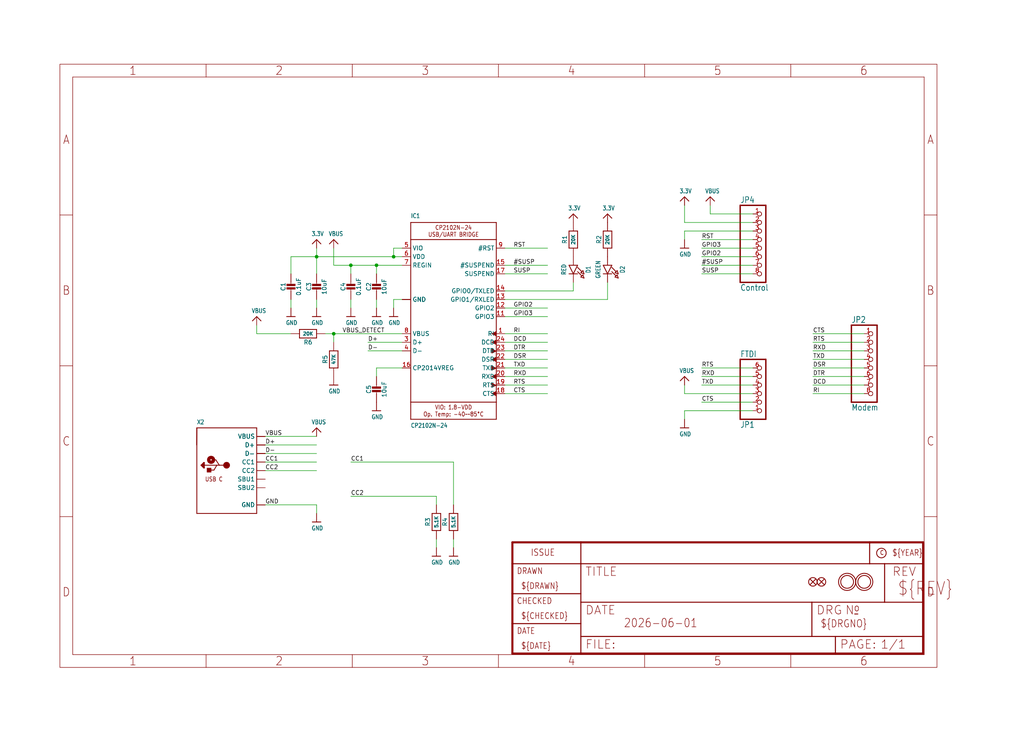
<source format=kicad_sch>
(kicad_sch (version 20230121) (generator eeschema)
  (paper "User" 303.962 217.322)
  (lib_symbols
    (symbol "working-eagle-import:3.3V" (power)
      (property "Value" "3.3V" (at -1.524 1.016 0))
      (symbol "3.3V_1_0"
        (polyline (pts (xy -1.27 -1.27) (xy 0 0)) (stroke (width 0.254)))
        (polyline (pts (xy 0 0) (xy 1.27 -1.27)) (stroke (width 0.254)))
        (pin power_in line (at 0 -2.54 90) (length 2.54) (name "3.3V") (number "1"))
      )
    )
    (symbol "working-eagle-import:CAP_CERAMIC0603_NO"
      (property "Reference" "C" (at -2.29 1.25 90))
      (symbol "CAP_CERAMIC0603_NO_1_0"
        (rectangle (start -1.27 0.508) (end 1.27 1.016) (fill (type outline)))
        (rectangle (start -1.27 1.524) (end 1.27 2.032) (fill (type outline)))
        (polyline (pts (xy 0 0.762) (xy 0 0)) (stroke (width 0.1524)))
        (polyline (pts (xy 0 2.54) (xy 0 1.778)) (stroke (width 0.1524)))
        (pin passive line (at 0 5.08 270) (length 2.54) (name "1") (number "1"))
        (pin passive line (at 0 -2.54 90) (length 2.54) (name "2") (number "2"))
      )
    )
    (symbol "working-eagle-import:CAP_CERAMIC0805-NOOUTLINE"
      (property "Reference" "C" (at -2.29 1.25 90))
      (symbol "CAP_CERAMIC0805-NOOUTLINE_1_0"
        (rectangle (start -1.27 0.508) (end 1.27 1.016) (fill (type outline)))
        (rectangle (start -1.27 1.524) (end 1.27 2.032) (fill (type outline)))
        (polyline (pts (xy 0 0.762) (xy 0 0)) (stroke (width 0.1524)))
        (polyline (pts (xy 0 2.54) (xy 0 1.778)) (stroke (width 0.1524)))
        (pin passive line (at 0 5.08 270) (length 2.54) (name "1") (number "1"))
        (pin passive line (at 0 -2.54 90) (length 2.54) (name "2") (number "2"))
      )
    )
    (symbol "working-eagle-import:CP2102N-24"
      (property "Reference" "IC" (at -12.7 29.21 0))
      (symbol "CP2102N-24_1_0"
        (polyline (pts (xy -12.7 -30.48) (xy 12.7 -30.48)) (stroke (width 0.254)))
        (polyline (pts (xy -12.7 -25.4) (xy -12.7 -30.48)) (stroke (width 0.254)))
        (polyline (pts (xy -12.7 -25.4) (xy -12.7 22.86)) (stroke (width 0.254)))
        (polyline (pts (xy -12.7 22.86) (xy -12.7 27.94)) (stroke (width 0.254)))
        (polyline (pts (xy -12.7 22.86) (xy 12.7 22.86)) (stroke (width 0.254)))
        (polyline (pts (xy -12.7 27.94) (xy 12.7 27.94)) (stroke (width 0.254)))
        (polyline (pts (xy 12.7 -30.48) (xy 12.7 -25.4)) (stroke (width 0.254)))
        (polyline (pts (xy 12.7 -25.4) (xy -12.7 -25.4)) (stroke (width 0.254)))
        (polyline (pts (xy 12.7 22.86) (xy 12.7 -25.4)) (stroke (width 0.254)))
        (polyline (pts (xy 12.7 27.94) (xy 12.7 22.86)) (stroke (width 0.254)))
        (polyline (pts (xy 11.43 -19.685) (xy 11.43 -20.955) (xy 12.7 -20.32)) (stroke (width 0.254)) (fill (type outline)))
        (polyline (pts (xy 11.43 -14.605) (xy 11.43 -15.875) (xy 12.7 -15.24)) (stroke (width 0.254)) (fill (type outline)))
        (polyline (pts (xy 11.43 -9.525) (xy 11.43 -10.795) (xy 12.7 -10.16)) (stroke (width 0.254)) (fill (type outline)))
        (polyline (pts (xy 12.7 -22.225) (xy 11.43 -22.86) (xy 12.7 -23.495)) (stroke (width 0.254)) (fill (type outline)))
        (polyline (pts (xy 12.7 -17.145) (xy 11.43 -17.78) (xy 12.7 -18.415)) (stroke (width 0.254)) (fill (type outline)))
        (polyline (pts (xy 12.7 -12.065) (xy 11.43 -12.7) (xy 12.7 -13.335)) (stroke (width 0.254)) (fill (type outline)))
        (polyline (pts (xy 12.7 -6.985) (xy 11.43 -7.62) (xy 12.7 -8.255)) (stroke (width 0.254)) (fill (type outline)))
        (polyline (pts (xy 12.7 -4.445) (xy 11.43 -5.08) (xy 12.7 -5.715)) (stroke (width 0.254)) (fill (type outline)))
        (text "CP2102N-24\nUSB/UART BRIDGE" (at 0 25.4 0) (effects (font (size 1.27 1.0795))))
        (text "VIO: 1.8-VDD\nOp. Temp: -40~~85°C" (at 0 -27.94 0) (effects (font (size 1.27 1.0795))))
        (pin input line (at 15.24 -5.08 180) (length 2.54) (name "RI") (number "1"))
        (pin bidirectional line (at 15.24 0 180) (length 2.54) (name "GPIO3") (number "11"))
        (pin bidirectional line (at 15.24 2.54 180) (length 2.54) (name "GPIO2") (number "12"))
        (pin bidirectional line (at 15.24 5.08 180) (length 2.54) (name "GPIO1/RXLED") (number "13"))
        (pin bidirectional line (at 15.24 7.62 180) (length 2.54) (name "GPIO0/TXLED") (number "14"))
        (pin output line (at 15.24 15.24 180) (length 2.54) (name "#SUSPEND") (number "15"))
        (pin passive line (at -15.24 -15.24 0) (length 2.54) (name "CP2014VREG") (number "16"))
        (pin output line (at 15.24 12.7 180) (length 2.54) (name "SUSPEND") (number "17"))
        (pin input line (at 15.24 -22.86 180) (length 2.54) (name "CTS") (number "18"))
        (pin output line (at 15.24 -20.32 180) (length 2.54) (name "RTS") (number "19"))
        (pin power_in line (at -15.24 5.08 0) (length 2.54) (name "GND") (number "2"))
        (pin input line (at 15.24 -17.78 180) (length 2.54) (name "RXD") (number "20"))
        (pin output line (at 15.24 -15.24 180) (length 2.54) (name "TXD") (number "21"))
        (pin input line (at 15.24 -12.7 180) (length 2.54) (name "DSR") (number "22"))
        (pin output line (at 15.24 -10.16 180) (length 2.54) (name "DTR") (number "23"))
        (pin input line (at 15.24 -7.62 180) (length 2.54) (name "DCD") (number "24"))
        (pin bidirectional line (at -15.24 -7.62 0) (length 2.54) (name "D+") (number "3"))
        (pin bidirectional line (at -15.24 -10.16 0) (length 2.54) (name "D-") (number "4"))
        (pin power_in line (at -15.24 20.32 0) (length 2.54) (name "VIO") (number "5"))
        (pin power_in line (at -15.24 17.78 0) (length 2.54) (name "VDD") (number "6"))
        (pin power_in line (at -15.24 15.24 0) (length 2.54) (name "REGIN") (number "7"))
        (pin power_in line (at -15.24 -5.08 0) (length 2.54) (name "VBUS") (number "8"))
        (pin bidirectional line (at 15.24 20.32 180) (length 2.54) (name "#RST") (number "9"))
        (pin power_in line (at -15.24 5.08 0) (length 2.54) (name "GND") (number "THERM"))
      )
    )
    (symbol "working-eagle-import:FIDUCIAL_1MM"
      (symbol "FIDUCIAL_1MM_1_0"
        (polyline (pts (xy -0.762 0.762) (xy 0.762 -0.762)) (stroke (width 0.254)))
        (polyline (pts (xy 0.762 0.762) (xy -0.762 -0.762)) (stroke (width 0.254)))
        (circle (center 0 0) (radius 1.27) (stroke (width 0.254)))
      )
    )
    (symbol "working-eagle-import:FRAME_A4"
      (symbol "FRAME_A4_1_0"
        (polyline (pts (xy 0 44.7675) (xy 3.81 44.7675)))
        (polyline (pts (xy 0 89.535) (xy 3.81 89.535)))
        (polyline (pts (xy 0 134.3025) (xy 3.81 134.3025)))
        (polyline (pts (xy 3.81 3.81) (xy 3.81 175.26)))
        (polyline (pts (xy 43.3917 0) (xy 43.3917 3.81)))
        (polyline (pts (xy 43.3917 175.26) (xy 43.3917 179.07)))
        (polyline (pts (xy 86.7833 0) (xy 86.7833 3.81)))
        (polyline (pts (xy 86.7833 175.26) (xy 86.7833 179.07)))
        (polyline (pts (xy 130.175 0) (xy 130.175 3.81)))
        (polyline (pts (xy 130.175 175.26) (xy 130.175 179.07)))
        (polyline (pts (xy 173.5667 0) (xy 173.5667 3.81)))
        (polyline (pts (xy 173.5667 175.26) (xy 173.5667 179.07)))
        (polyline (pts (xy 216.9583 0) (xy 216.9583 3.81)))
        (polyline (pts (xy 216.9583 175.26) (xy 216.9583 179.07)))
        (polyline (pts (xy 256.54 3.81) (xy 3.81 3.81)))
        (polyline (pts (xy 256.54 3.81) (xy 256.54 8.89)) (stroke (width 0.1016)))
        (polyline (pts (xy 256.54 3.81) (xy 256.54 175.26)))
        (polyline (pts (xy 256.54 8.89) (xy 256.54 13.97)) (stroke (width 0.1016)))
        (polyline (pts (xy 256.54 13.97) (xy 256.54 19.05)) (stroke (width 0.1016)))
        (polyline (pts (xy 256.54 19.05) (xy 256.54 36.83)) (stroke (width 0.1016)))
        (polyline (pts (xy 256.54 44.7675) (xy 260.35 44.7675)))
        (polyline (pts (xy 256.54 89.535) (xy 260.35 89.535)))
        (polyline (pts (xy 256.54 134.3025) (xy 260.35 134.3025)))
        (polyline (pts (xy 256.54 175.26) (xy 3.81 175.26)))
        (polyline (pts (xy 0 0) (xy 260.35 0) (xy 260.35 179.07) (xy 0 179.07) (xy 0 0)))
        (text "1" (at 21.6958 1.905 0) (effects (font (size 2.54 2.286))))
        (text "1" (at 21.6958 177.165 0) (effects (font (size 2.54 2.286))))
        (text "2" (at 65.0875 1.905 0) (effects (font (size 2.54 2.286))))
        (text "2" (at 65.0875 177.165 0) (effects (font (size 2.54 2.286))))
        (text "3" (at 108.4792 1.905 0) (effects (font (size 2.54 2.286))))
        (text "3" (at 108.4792 177.165 0) (effects (font (size 2.54 2.286))))
        (text "4" (at 151.8708 1.905 0) (effects (font (size 2.54 2.286))))
        (text "4" (at 151.8708 177.165 0) (effects (font (size 2.54 2.286))))
        (text "5" (at 195.2625 1.905 0) (effects (font (size 2.54 2.286))))
        (text "5" (at 195.2625 177.165 0) (effects (font (size 2.54 2.286))))
        (text "6" (at 238.6542 1.905 0) (effects (font (size 2.54 2.286))))
        (text "6" (at 238.6542 177.165 0) (effects (font (size 2.54 2.286))))
        (text "A" (at 1.905 156.6863 0) (effects (font (size 2.54 2.286))))
        (text "A" (at 258.445 156.6863 0) (effects (font (size 2.54 2.286))))
        (text "B" (at 1.905 111.9188 0) (effects (font (size 2.54 2.286))))
        (text "B" (at 258.445 111.9188 0) (effects (font (size 2.54 2.286))))
        (text "C" (at 1.905 67.1513 0) (effects (font (size 2.54 2.286))))
        (text "C" (at 258.445 67.1513 0) (effects (font (size 2.54 2.286))))
        (text "D" (at 1.905 22.3838 0) (effects (font (size 2.54 2.286))))
        (text "D" (at 258.445 22.3838 0) (effects (font (size 2.54 2.286))))
      )
      (symbol "FRAME_A4_2_0"
        (polyline (pts (xy -0.3048 1.5748) (xy 20.0152 1.5748)) (stroke (width 0.6096)))
        (polyline (pts (xy -0.3048 10.4648) (xy -0.3048 1.5748)) (stroke (width 0.6096)))
        (polyline (pts (xy -0.3048 10.4648) (xy 20.0152 10.4648)) (stroke (width 0.3048)))
        (polyline (pts (xy -0.3048 19.3548) (xy -0.3048 10.4648)) (stroke (width 0.6096)))
        (polyline (pts (xy -0.3048 19.3548) (xy 20.0152 19.3548)) (stroke (width 0.3048)))
        (polyline (pts (xy -0.3048 28.2448) (xy -0.3048 19.3548)) (stroke (width 0.6096)))
        (polyline (pts (xy -0.3048 28.2448) (xy 20.0152 28.2448)) (stroke (width 0.3048)))
        (polyline (pts (xy -0.3048 34.5948) (xy -0.3048 28.2448)) (stroke (width 0.6096)))
        (polyline (pts (xy 20.0152 1.5748) (xy 20.0152 6.6548)) (stroke (width 0.3048)))
        (polyline (pts (xy 20.0152 1.5748) (xy 95.5802 1.5748)) (stroke (width 0.6096)))
        (polyline (pts (xy 20.0152 6.6548) (xy 20.0152 10.4648)) (stroke (width 0.3048)))
        (polyline (pts (xy 20.0152 6.6548) (xy 88.5952 6.6548)) (stroke (width 0.3048)))
        (polyline (pts (xy 20.0152 10.4648) (xy 20.0152 16.8148)) (stroke (width 0.3048)))
        (polyline (pts (xy 20.0152 16.8148) (xy 20.0152 19.3548)) (stroke (width 0.3048)))
        (polyline (pts (xy 20.0152 19.3548) (xy 20.0152 28.2448)) (stroke (width 0.3048)))
        (polyline (pts (xy 20.0152 28.2448) (xy 20.0152 34.5948)) (stroke (width 0.3048)))
        (polyline (pts (xy 20.0152 28.2448) (xy 105.7402 28.2448)) (stroke (width 0.3048)))
        (polyline (pts (xy 20.0152 34.5948) (xy -0.3048 34.5948)) (stroke (width 0.6096)))
        (polyline (pts (xy 88.5952 6.6548) (xy 95.5802 6.6548)) (stroke (width 0.3048)))
        (polyline (pts (xy 88.5952 16.8148) (xy 20.0152 16.8148)) (stroke (width 0.3048)))
        (polyline (pts (xy 88.5952 16.8148) (xy 88.5952 6.6548)) (stroke (width 0.3048)))
        (polyline (pts (xy 95.5802 1.5748) (xy 121.6152 1.5748)) (stroke (width 0.6096)))
        (polyline (pts (xy 95.5802 6.6548) (xy 95.5802 1.5748)) (stroke (width 0.3048)))
        (polyline (pts (xy 95.5802 6.6548) (xy 121.6152 6.6548)) (stroke (width 0.3048)))
        (polyline (pts (xy 101.2952 13.3223) (xy 102.2477 13.3223)) (stroke (width 0.254)))
        (polyline (pts (xy 105.7402 28.2448) (xy 105.7402 34.5948)) (stroke (width 0.3048)))
        (polyline (pts (xy 105.7402 28.2448) (xy 110.1852 28.2448)) (stroke (width 0.3048)))
        (polyline (pts (xy 105.7402 34.5948) (xy 20.0152 34.5948)) (stroke (width 0.6096)))
        (polyline (pts (xy 110.1852 16.8148) (xy 88.5952 16.8148)) (stroke (width 0.3048)))
        (polyline (pts (xy 110.1852 28.2448) (xy 110.1852 16.8148)) (stroke (width 0.3048)))
        (polyline (pts (xy 110.1852 28.2448) (xy 121.6152 28.2448)) (stroke (width 0.3048)))
        (polyline (pts (xy 121.6152 6.6548) (xy 121.6152 1.5748)) (stroke (width 0.6096)))
        (polyline (pts (xy 121.6152 16.8148) (xy 110.1852 16.8148)) (stroke (width 0.3048)))
        (polyline (pts (xy 121.6152 16.8148) (xy 121.6152 6.6548)) (stroke (width 0.6096)))
        (polyline (pts (xy 121.6152 28.2448) (xy 121.6152 16.8148)) (stroke (width 0.6096)))
        (polyline (pts (xy 121.6152 34.5948) (xy 105.7402 34.5948)) (stroke (width 0.6096)))
        (polyline (pts (xy 121.6152 34.5948) (xy 121.6152 28.2448)) (stroke (width 0.6096)))
        (circle (center 109.2327 31.4198) (radius 1.4199) (stroke (width 0.254)))
        (text "${#}/${##}" (at 108.9152 2.8448 0) (effects (font (size 2.54 2.54)) (justify left bottom)))
        (text "${CHECKED}" (at 2.2352 11.7348 0) (effects (font (size 1.778 1.5113)) (justify left bottom)))
        (text "${COMPANY}" (at 23.349 29.6735 0) (effects (font (size 3.175 2.6987) (thickness 0.5397) bold) (justify left bottom)))
        (text "${CURRENT_DATE}" (at 32.7152 9.1948 0) (effects (font (size 2.54 2.159)) (justify left bottom)))
        (text "${DATE}" (at 2.2352 2.8448 0) (effects (font (size 1.778 1.5113)) (justify left bottom)))
        (text "${DRAWN}" (at 2.2352 20.6248 0) (effects (font (size 1.778 1.5113)) (justify left bottom)))
        (text "${DRGNO}" (at 91.1352 9.1948 0) (effects (font (size 2.1844 1.8567)) (justify left bottom)))
        (text "${PROJECTNAME}" (at 33.0327 2.8448 0) (effects (font (size 2.54 2.159)) (justify left bottom)))
        (text "${REV}" (at 113.9952 18.7198 0) (effects (font (size 3.81 3.2385)) (justify left bottom)))
        (text "${YEAR}" (at 112.4077 30.4673 0) (effects (font (size 1.778 1.5113)) (justify left bottom)))
        (text "C" (at 108.7564 30.7848 0) (effects (font (size 1.27 1.0795)) (justify left bottom)))
        (text "CHECKED" (at 0.9652 16.1798 0) (effects (font (size 1.778 1.5113)) (justify left bottom)))
        (text "DATE" (at 0.9652 7.2898 0) (effects (font (size 1.778 1.5113)) (justify left bottom)))
        (text "DATE" (at 21.2852 13.0048 0) (effects (font (size 2.54 2.54)) (justify left bottom)))
        (text "DRAWN" (at 0.9652 25.0698 0) (effects (font (size 1.778 1.5113)) (justify left bottom)))
        (text "DRG" (at 89.8652 13.0048 0) (effects (font (size 2.54 2.54)) (justify left bottom)))
        (text "FILE:" (at 21.2852 2.8448 0) (effects (font (size 2.54 2.54)) (justify left bottom)))
        (text "ISSUE" (at 5.0927 30.4673 0) (effects (font (size 1.9304 1.6408)) (justify left bottom)))
        (text "N" (at 98.4377 13.0048 0) (effects (font (size 2.54 2.54)) (justify left bottom)))
        (text "o" (at 100.9777 13.9573 0) (effects (font (size 2.1844 1.8567)) (justify left bottom)))
        (text "PAGE:" (at 96.8502 2.8448 0) (effects (font (size 2.54 2.54)) (justify left bottom)))
        (text "REV" (at 112.4077 24.4348 0) (effects (font (size 2.54 2.54)) (justify left bottom)))
        (text "TITLE" (at 21.2852 24.4348 0) (effects (font (size 2.54 2.54)) (justify left bottom)))
      )
    )
    (symbol "working-eagle-import:GND" (power)
      (property "Value" "GND" (at -1.524 -2.54 0))
      (symbol "GND_1_0"
        (polyline (pts (xy -1.27 0) (xy 1.27 0)) (stroke (width 0.254)))
        (pin power_in line (at 0 2.54 270) (length 2.54) (name "GND") (number "1"))
      )
    )
    (symbol "working-eagle-import:HEADER-1X676MIL"
      (property "Reference" "JP" (at -6.35 10.795 0))
      (symbol "HEADER-1X676MIL_1_0"
        (polyline (pts (xy -6.35 -7.62) (xy 1.27 -7.62)) (stroke (width 0.4064)))
        (polyline (pts (xy -6.35 10.16) (xy -6.35 -7.62)) (stroke (width 0.4064)))
        (polyline (pts (xy 1.27 -7.62) (xy 1.27 10.16)) (stroke (width 0.4064)))
        (polyline (pts (xy 1.27 10.16) (xy -6.35 10.16)) (stroke (width 0.4064)))
        (pin passive inverted (at -2.54 7.62 0) (length 2.54) (name "1") (number "1"))
        (pin passive inverted (at -2.54 5.08 0) (length 2.54) (name "2") (number "2"))
        (pin passive inverted (at -2.54 2.54 0) (length 2.54) (name "3") (number "3"))
        (pin passive inverted (at -2.54 0 0) (length 2.54) (name "4") (number "4"))
        (pin passive inverted (at -2.54 -2.54 0) (length 2.54) (name "5") (number "5"))
        (pin passive inverted (at -2.54 -5.08 0) (length 2.54) (name "6") (number "6"))
      )
    )
    (symbol "working-eagle-import:HEADER-1X870MIL"
      (property "Reference" "JP" (at -6.35 13.335 0))
      (symbol "HEADER-1X870MIL_1_0"
        (polyline (pts (xy -6.35 -10.16) (xy 1.27 -10.16)) (stroke (width 0.4064)))
        (polyline (pts (xy -6.35 12.7) (xy -6.35 -10.16)) (stroke (width 0.4064)))
        (polyline (pts (xy 1.27 -10.16) (xy 1.27 12.7)) (stroke (width 0.4064)))
        (polyline (pts (xy 1.27 12.7) (xy -6.35 12.7)) (stroke (width 0.4064)))
        (pin passive inverted (at -2.54 10.16 0) (length 2.54) (name "1") (number "1"))
        (pin passive inverted (at -2.54 7.62 0) (length 2.54) (name "2") (number "2"))
        (pin passive inverted (at -2.54 5.08 0) (length 2.54) (name "3") (number "3"))
        (pin passive inverted (at -2.54 2.54 0) (length 2.54) (name "4") (number "4"))
        (pin passive inverted (at -2.54 0 0) (length 2.54) (name "5") (number "5"))
        (pin passive inverted (at -2.54 -2.54 0) (length 2.54) (name "6") (number "6"))
        (pin passive inverted (at -2.54 -5.08 0) (length 2.54) (name "7") (number "7"))
        (pin passive inverted (at -2.54 -7.62 0) (length 2.54) (name "8") (number "8"))
      )
    )
    (symbol "working-eagle-import:LED0603_NOOUTLINE"
      (property "Reference" "D" (at -1.27 4.445 0))
      (symbol "LED0603_NOOUTLINE_1_0"
        (polyline (pts (xy -2.54 -1.27) (xy 0 0)) (stroke (width 0.254)))
        (polyline (pts (xy -2.54 1.27) (xy -2.54 -1.27)) (stroke (width 0.254)))
        (polyline (pts (xy -1.905 1.27) (xy -0.635 2.54)) (stroke (width 0.254)))
        (polyline (pts (xy -0.9525 2.8575) (xy -0.3175 2.2225)) (stroke (width 0.254)))
        (polyline (pts (xy -0.635 1.27) (xy 0.635 2.54)) (stroke (width 0.254)))
        (polyline (pts (xy -0.3175 2.2225) (xy 0 3.175)) (stroke (width 0.254)))
        (polyline (pts (xy 0 0) (xy -2.54 1.27)) (stroke (width 0.254)))
        (polyline (pts (xy 0 0) (xy 0 -1.27)) (stroke (width 0.254)))
        (polyline (pts (xy 0 1.27) (xy 0 0)) (stroke (width 0.254)))
        (polyline (pts (xy 0 3.175) (xy -0.9525 2.8575)) (stroke (width 0.254)))
        (polyline (pts (xy 0.3175 2.8575) (xy 0.9525 2.2225)) (stroke (width 0.254)))
        (polyline (pts (xy 0.9525 2.2225) (xy 1.27 3.175)) (stroke (width 0.254)))
        (polyline (pts (xy 1.27 3.175) (xy 0.3175 2.8575)) (stroke (width 0.254)))
        (pin passive line (at -5.08 0 0) (length 2.54) (name "A") (number "A"))
        (pin passive line (at 2.54 0 180) (length 2.54) (name "C") (number "C"))
      )
    )
    (symbol "working-eagle-import:MOUNTINGHOLE2.0"
      (symbol "MOUNTINGHOLE2.0_1_0"
        (circle (center 0 0) (radius 1.905) (stroke (width 0.254)))
        (circle (center 0 0) (radius 2.54) (stroke (width 0.254)))
      )
    )
    (symbol "working-eagle-import:RESISTOR_0603_NOOUT"
      (property "Reference" "R" (at 0 2.54 0))
      (symbol "RESISTOR_0603_NOOUT_1_0"
        (polyline (pts (xy -2.54 -1.27) (xy -2.54 1.27)) (stroke (width 0.254)))
        (polyline (pts (xy -2.54 1.27) (xy 2.54 1.27)) (stroke (width 0.254)))
        (polyline (pts (xy 2.54 -1.27) (xy -2.54 -1.27)) (stroke (width 0.254)))
        (polyline (pts (xy 2.54 1.27) (xy 2.54 -1.27)) (stroke (width 0.254)))
        (pin passive line (at -5.08 0 0) (length 2.54) (name "1") (number "1"))
        (pin passive line (at 5.08 0 180) (length 2.54) (name "2") (number "2"))
      )
    )
    (symbol "working-eagle-import:USB_C"
      (property "Reference" "X" (at -10.16 13.716 0))
      (symbol "USB_C_1_0"
        (rectangle (start -7.12 -0.45) (end -5.92 0.75) (fill (type outline)))
        (circle (center -5.92 3.2) (radius 0.2) (stroke (width 1)))
        (circle (center -1.32 1.6) (radius 0.5) (stroke (width 1)))
        (polyline (pts (xy -10.2 7.62) (xy -10.16 12.7)) (stroke (width 0.254)))
        (polyline (pts (xy -10.16 -12.7) (xy 7.62 -12.7)) (stroke (width 0.254)))
        (polyline (pts (xy -10.16 12.7) (xy -10.16 -12.7)) (stroke (width 0.254)))
        (polyline (pts (xy -10.16 12.7) (xy 7.62 12.7)) (stroke (width 0.254)))
        (polyline (pts (xy -8.92 1.6) (xy -8.12 2.4)) (stroke (width 0.254)))
        (polyline (pts (xy -8.52 1.4) (xy -8.32 1.2)) (stroke (width 0.254)))
        (polyline (pts (xy -8.52 1.6) (xy -8.52 1.4)) (stroke (width 0.254)))
        (polyline (pts (xy -8.32 1.2) (xy -8.32 2)) (stroke (width 0.254)))
        (polyline (pts (xy -8.32 2) (xy -8.72 1.6)) (stroke (width 0.254)))
        (polyline (pts (xy -8.12 0.8) (xy -8.92 1.6)) (stroke (width 0.254)))
        (polyline (pts (xy -8.12 1) (xy -8.12 2.4)) (stroke (width 0.254)))
        (polyline (pts (xy -8.12 2.4) (xy -7.92 2.4)) (stroke (width 0.254)))
        (polyline (pts (xy -7.92 0.8) (xy -8.12 0.8)) (stroke (width 0.254)))
        (polyline (pts (xy -7.92 1.6) (xy -7.92 0.8)) (stroke (width 0.254)))
        (polyline (pts (xy -7.92 2.4) (xy -7.92 1.6)) (stroke (width 0.254)))
        (polyline (pts (xy -6.27 0.15) (xy -5.07 0.15)) (stroke (width 0.254)))
        (polyline (pts (xy -5.52 3.2) (xy -4.52 3.2)) (stroke (width 0.254)))
        (polyline (pts (xy -5.07 0.15) (xy -4.22 1.6)) (stroke (width 0.254)))
        (polyline (pts (xy -4.52 3.2) (xy -3.47 1.6)) (stroke (width 0.254)))
        (polyline (pts (xy -4.22 1.6) (xy -7.92 1.6)) (stroke (width 0.254)))
        (polyline (pts (xy -3.47 1.6) (xy -4.22 1.6)) (stroke (width 0.254)))
        (polyline (pts (xy -1.32 1.6) (xy -3.47 1.6)) (stroke (width 0.254)))
        (polyline (pts (xy 7.62 12.7) (xy 7.62 -12.7)) (stroke (width 0.254)))
        (text "USB C" (at -5.08 -2.54 0) (effects (font (size 1.27 1.0795))))
        (pin power_in line (at 10.16 -10.16 180) (length 2.54) (name "GND") (number "A1B12"))
        (pin power_in line (at 10.16 10.16 180) (length 2.54) (name "VBUS") (number "A4B9"))
        (pin bidirectional line (at 10.16 2.54 180) (length 2.54) (name "CC1") (number "A5"))
        (pin bidirectional line (at 10.16 7.62 180) (length 2.54) (name "D+") (number "A6"))
        (pin bidirectional line (at 10.16 5.08 180) (length 2.54) (name "D-") (number "A7"))
        (pin bidirectional line (at 10.16 -2.54 180) (length 2.54) (name "SBU1") (number "A8"))
        (pin power_in line (at 10.16 -10.16 180) (length 2.54) (name "GND") (number "B1A12"))
        (pin power_in line (at 10.16 10.16 180) (length 2.54) (name "VBUS") (number "B4A9"))
        (pin bidirectional line (at 10.16 0 180) (length 2.54) (name "CC2") (number "B5"))
        (pin bidirectional line (at 10.16 7.62 180) (length 2.54) (name "D+") (number "B6"))
        (pin bidirectional line (at 10.16 5.08 180) (length 2.54) (name "D-") (number "B7"))
        (pin bidirectional line (at 10.16 -5.08 180) (length 2.54) (name "SBU2") (number "B8"))
      )
    )
    (symbol "working-eagle-import:VBUS" (power)
      (property "Value" "VBUS" (at -1.524 1.016 0))
      (symbol "VBUS_1_0"
        (polyline (pts (xy -1.27 -1.27) (xy 0 0)) (stroke (width 0.254)))
        (polyline (pts (xy 0 0) (xy 1.27 -1.27)) (stroke (width 0.254)))
        (pin power_in line (at 0 -2.54 90) (length 2.54) (name "VBUS") (number "1"))
      )
    )
  )
  (junction (at 116.84 76.2))
  (junction (at 99.06 99.06))
  (junction (at 111.76 78.74))
  (junction (at 93.98 76.2))
  (junction (at 104.14 78.74))
  (wire (pts (xy 203.2 68.58) (xy 203.2 71.12)) (stroke (width 0.1524)))
  (wire (pts (xy 76.2 99.06) (xy 76.2 96.52)) (stroke (width 0.1524)))
  (wire (pts (xy 149.86 73.66) (xy 162.56 73.66)) (stroke (width 0.1524)))
  (wire (pts (xy 203.2 116.84) (xy 203.2 114.3)) (stroke (width 0.1524)))
  (wire (pts (xy 241.3 111.76) (xy 256.54 111.76)) (stroke (width 0.1524)))
  (wire (pts (xy 111.76 78.74) (xy 104.14 78.74)) (stroke (width 0.1524)))
  (wire (pts (xy 104.14 88.9) (xy 104.14 91.44)) (stroke (width 0.1524)))
  (wire (pts (xy 119.38 78.74) (xy 111.76 78.74)) (stroke (width 0.1524)))
  (wire (pts (xy 149.86 91.44) (xy 162.56 91.44)) (stroke (width 0.1524)))
  (wire (pts (xy 208.28 73.66) (xy 223.52 73.66)) (stroke (width 0.1524)))
  (wire (pts (xy 149.86 101.6) (xy 162.56 101.6)) (stroke (width 0.1524)))
  (wire (pts (xy 116.84 76.2) (xy 93.98 76.2)) (stroke (width 0.1524)))
  (wire (pts (xy 111.76 88.9) (xy 111.76 91.44)) (stroke (width 0.1524)))
  (wire (pts (xy 116.84 88.9) (xy 116.84 91.44)) (stroke (width 0.1524)))
  (wire (pts (xy 162.56 111.76) (xy 149.86 111.76)) (stroke (width 0.1524)))
  (wire (pts (xy 119.38 88.9) (xy 116.84 88.9)) (stroke (width 0.1524)))
  (wire (pts (xy 149.86 78.74) (xy 162.56 78.74)) (stroke (width 0.1524)))
  (wire (pts (xy 208.28 81.28) (xy 223.52 81.28)) (stroke (width 0.1524)))
  (wire (pts (xy 149.86 109.22) (xy 162.56 109.22)) (stroke (width 0.1524)))
  (wire (pts (xy 109.22 101.6) (xy 119.38 101.6)) (stroke (width 0.1524)))
  (wire (pts (xy 149.86 88.9) (xy 180.34 88.9)) (stroke (width 0.1524)))
  (wire (pts (xy 129.54 147.32) (xy 129.54 149.86)) (stroke (width 0.1524)))
  (wire (pts (xy 99.06 99.06) (xy 96.52 99.06)) (stroke (width 0.1524)))
  (wire (pts (xy 203.2 121.92) (xy 203.2 124.46)) (stroke (width 0.1524)))
  (wire (pts (xy 149.86 104.14) (xy 162.56 104.14)) (stroke (width 0.1524)))
  (wire (pts (xy 111.76 109.22) (xy 111.76 111.76)) (stroke (width 0.1524)))
  (wire (pts (xy 111.76 78.74) (xy 111.76 81.28)) (stroke (width 0.1524)))
  (wire (pts (xy 119.38 73.66) (xy 116.84 73.66)) (stroke (width 0.1524)))
  (wire (pts (xy 129.54 160.02) (xy 129.54 162.56)) (stroke (width 0.1524)))
  (wire (pts (xy 93.98 76.2) (xy 93.98 81.28)) (stroke (width 0.1524)))
  (wire (pts (xy 162.56 116.84) (xy 149.86 116.84)) (stroke (width 0.1524)))
  (wire (pts (xy 149.86 81.28) (xy 162.56 81.28)) (stroke (width 0.1524)))
  (wire (pts (xy 93.98 76.2) (xy 93.98 73.66)) (stroke (width 0.1524)))
  (wire (pts (xy 241.3 116.84) (xy 256.54 116.84)) (stroke (width 0.1524)))
  (wire (pts (xy 241.3 99.06) (xy 256.54 99.06)) (stroke (width 0.1524)))
  (wire (pts (xy 223.52 68.58) (xy 203.2 68.58)) (stroke (width 0.1524)))
  (wire (pts (xy 104.14 137.16) (xy 134.62 137.16)) (stroke (width 0.1524)))
  (wire (pts (xy 93.98 149.86) (xy 78.74 149.86)) (stroke (width 0.1524)))
  (wire (pts (xy 78.74 132.08) (xy 93.98 132.08)) (stroke (width 0.1524)))
  (wire (pts (xy 99.06 78.74) (xy 99.06 73.66)) (stroke (width 0.1524)))
  (wire (pts (xy 223.52 119.38) (xy 208.28 119.38)) (stroke (width 0.1524)))
  (wire (pts (xy 99.06 99.06) (xy 99.06 101.6)) (stroke (width 0.1524)))
  (wire (pts (xy 170.18 86.36) (xy 170.18 83.82)) (stroke (width 0.1524)))
  (wire (pts (xy 104.14 78.74) (xy 99.06 78.74)) (stroke (width 0.1524)))
  (wire (pts (xy 119.38 109.22) (xy 111.76 109.22)) (stroke (width 0.1524)))
  (wire (pts (xy 241.3 109.22) (xy 256.54 109.22)) (stroke (width 0.1524)))
  (wire (pts (xy 149.86 86.36) (xy 170.18 86.36)) (stroke (width 0.1524)))
  (wire (pts (xy 223.52 78.74) (xy 208.28 78.74)) (stroke (width 0.1524)))
  (wire (pts (xy 256.54 101.6) (xy 241.3 101.6)) (stroke (width 0.1524)))
  (wire (pts (xy 210.82 63.5) (xy 223.52 63.5)) (stroke (width 0.1524)))
  (wire (pts (xy 241.3 114.3) (xy 256.54 114.3)) (stroke (width 0.1524)))
  (wire (pts (xy 116.84 73.66) (xy 116.84 76.2)) (stroke (width 0.1524)))
  (wire (pts (xy 93.98 129.54) (xy 78.74 129.54)) (stroke (width 0.1524)))
  (wire (pts (xy 119.38 99.06) (xy 99.06 99.06)) (stroke (width 0.1524)))
  (wire (pts (xy 149.86 99.06) (xy 162.56 99.06)) (stroke (width 0.1524)))
  (wire (pts (xy 149.86 106.68) (xy 162.56 106.68)) (stroke (width 0.1524)))
  (wire (pts (xy 208.28 76.2) (xy 223.52 76.2)) (stroke (width 0.1524)))
  (wire (pts (xy 104.14 78.74) (xy 104.14 81.28)) (stroke (width 0.1524)))
  (wire (pts (xy 256.54 106.68) (xy 241.3 106.68)) (stroke (width 0.1524)))
  (wire (pts (xy 86.36 88.9) (xy 86.36 91.44)) (stroke (width 0.1524)))
  (wire (pts (xy 223.52 121.92) (xy 203.2 121.92)) (stroke (width 0.1524)))
  (wire (pts (xy 78.74 139.7) (xy 93.98 139.7)) (stroke (width 0.1524)))
  (wire (pts (xy 149.86 93.98) (xy 162.56 93.98)) (stroke (width 0.1524)))
  (wire (pts (xy 119.38 76.2) (xy 116.84 76.2)) (stroke (width 0.1524)))
  (wire (pts (xy 223.52 109.22) (xy 208.28 109.22)) (stroke (width 0.1524)))
  (wire (pts (xy 86.36 76.2) (xy 86.36 81.28)) (stroke (width 0.1524)))
  (wire (pts (xy 93.98 76.2) (xy 86.36 76.2)) (stroke (width 0.1524)))
  (wire (pts (xy 223.52 116.84) (xy 203.2 116.84)) (stroke (width 0.1524)))
  (wire (pts (xy 223.52 111.76) (xy 208.28 111.76)) (stroke (width 0.1524)))
  (wire (pts (xy 223.52 66.04) (xy 203.2 66.04)) (stroke (width 0.1524)))
  (wire (pts (xy 86.36 99.06) (xy 76.2 99.06)) (stroke (width 0.1524)))
  (wire (pts (xy 180.34 88.9) (xy 180.34 83.82)) (stroke (width 0.1524)))
  (wire (pts (xy 78.74 137.16) (xy 93.98 137.16)) (stroke (width 0.1524)))
  (wire (pts (xy 162.56 114.3) (xy 149.86 114.3)) (stroke (width 0.1524)))
  (wire (pts (xy 78.74 134.62) (xy 93.98 134.62)) (stroke (width 0.1524)))
  (wire (pts (xy 134.62 162.56) (xy 134.62 160.02)) (stroke (width 0.1524)))
  (wire (pts (xy 203.2 66.04) (xy 203.2 60.96)) (stroke (width 0.1524)))
  (wire (pts (xy 109.22 104.14) (xy 119.38 104.14)) (stroke (width 0.1524)))
  (wire (pts (xy 208.28 71.12) (xy 223.52 71.12)) (stroke (width 0.1524)))
  (wire (pts (xy 210.82 60.96) (xy 210.82 63.5)) (stroke (width 0.1524)))
  (wire (pts (xy 93.98 88.9) (xy 93.98 91.44)) (stroke (width 0.1524)))
  (wire (pts (xy 93.98 149.86) (xy 93.98 152.4)) (stroke (width 0.1524)))
  (wire (pts (xy 134.62 137.16) (xy 134.62 149.86)) (stroke (width 0.1524)))
  (wire (pts (xy 104.14 147.32) (xy 129.54 147.32)) (stroke (width 0.1524)))
  (wire (pts (xy 208.28 114.3) (xy 223.52 114.3)) (stroke (width 0.1524)))
  (wire (pts (xy 241.3 104.14) (xy 256.54 104.14)) (stroke (width 0.1524)))
  (label "DTR" (at 152.4 104.14 0) (effects (font (size 1.2446 1.2446))))
  (label "GPIO2" (at 152.4 91.44 0) (effects (font (size 1.2446 1.2446))))
  (label "RTS" (at 208.28 109.22 0) (effects (font (size 1.2446 1.2446))))
  (label "RXD" (at 208.28 111.76 0) (effects (font (size 1.2446 1.2446))))
  (label "#SUSP" (at 208.28 78.74 0) (effects (font (size 1.2446 1.2446))))
  (label "RST" (at 208.28 71.12 0) (effects (font (size 1.2446 1.2446))))
  (label "GPIO3" (at 152.4 93.98 0) (effects (font (size 1.2446 1.2446))))
  (label "DCD" (at 152.4 101.6 0) (effects (font (size 1.2446 1.2446))))
  (label "RXD" (at 241.3 104.14 0) (effects (font (size 1.2446 1.2446))))
  (label "VBUS_DETECT" (at 101.6 99.06 0) (effects (font (size 1.2446 1.2446))))
  (label "TXD" (at 208.28 114.3 0) (effects (font (size 1.2446 1.2446))))
  (label "CC1" (at 104.14 137.16 0) (effects (font (size 1.2446 1.2446))))
  (label "TXD" (at 152.4 109.22 0) (effects (font (size 1.2446 1.2446))))
  (label "SUSP" (at 208.28 81.28 0) (effects (font (size 1.2446 1.2446))))
  (label "CC2" (at 104.14 147.32 0) (effects (font (size 1.2446 1.2446))))
  (label "DSR" (at 241.3 109.22 0) (effects (font (size 1.2446 1.2446))))
  (label "DTR" (at 241.3 111.76 0) (effects (font (size 1.2446 1.2446))))
  (label "D+" (at 109.22 101.6 0) (effects (font (size 1.2446 1.2446))))
  (label "GPIO3" (at 208.28 73.66 0) (effects (font (size 1.2446 1.2446))))
  (label "#SUSP" (at 152.4 78.74 0) (effects (font (size 1.2446 1.2446))))
  (label "CTS" (at 208.28 119.38 0) (effects (font (size 1.2446 1.2446))))
  (label "DSR" (at 152.4 106.68 0) (effects (font (size 1.2446 1.2446))))
  (label "D-" (at 109.22 104.14 0) (effects (font (size 1.2446 1.2446))))
  (label "RTS" (at 152.4 114.3 0) (effects (font (size 1.2446 1.2446))))
  (label "CTS" (at 152.4 116.84 0) (effects (font (size 1.2446 1.2446))))
  (label "RTS" (at 241.3 101.6 0) (effects (font (size 1.2446 1.2446))))
  (label "D-" (at 78.74 134.62 0) (effects (font (size 1.2446 1.2446))))
  (label "TXD" (at 241.3 106.68 0) (effects (font (size 1.2446 1.2446))))
  (label "RST" (at 152.4 73.66 0) (effects (font (size 1.2446 1.2446))))
  (label "RI" (at 152.4 99.06 0) (effects (font (size 1.2446 1.2446))))
  (label "VBUS" (at 78.74 129.54 0) (effects (font (size 1.2446 1.2446))))
  (label "GPIO2" (at 208.28 76.2 0) (effects (font (size 1.2446 1.2446))))
  (label "RI" (at 241.3 116.84 0) (effects (font (size 1.2446 1.2446))))
  (label "CC1" (at 78.74 137.16 0) (effects (font (size 1.2446 1.2446))))
  (label "CC2" (at 78.74 139.7 0) (effects (font (size 1.2446 1.2446))))
  (label "RXD" (at 152.4 111.76 0) (effects (font (size 1.2446 1.2446))))
  (label "CTS" (at 241.3 99.06 0) (effects (font (size 1.2446 1.2446))))
  (label "SUSP" (at 152.4 81.28 0) (effects (font (size 1.2446 1.2446))))
  (label "D+" (at 78.74 132.08 0) (effects (font (size 1.2446 1.2446))))
  (label "GND" (at 78.74 149.86 0) (effects (font (size 1.2446 1.2446))))
  (label "DCD" (at 241.3 114.3 0) (effects (font (size 1.2446 1.2446))))
  (symbol (lib_id "working-eagle-import:VBUS") (at 93.98 127 0) (unit 1)
    (property "Reference" "#U$1" (effects hide))
    (property "Value" "VBUS" (at 92.456 125.984 0) (effects (font (size 1.27 1.0795)) (justify left bottom)))
  )
  (symbol (lib_id "working-eagle-import:USB_C") (at 68.58 139.7 0) (unit 1)
    (property "Reference" "X2" (at 58.42 125.984 0) (effects (font (size 1.27 1.0795)) (justify left bottom)))
    (property "Value" "USB_C" (effects hide))
    (property "Footprint" "working:USB_C_CUSB31-CFM2AX-01-X" (effects hide))
  )
  (symbol (lib_id "working-eagle-import:HEADER-1X870MIL") (at 259.08 109.22 0) (unit 1)
    (property "Reference" "JP2" (at 252.73 95.885 0) (effects (font (size 1.778 1.5113)) (justify left bottom)))
    (property "Value" "Modem" (at 252.73 121.92 0) (effects (font (size 1.778 1.5113)) (justify left bottom)))
    (property "Footprint" "working:1X08_ROUND_70" (effects hide))
  )
  (symbol (lib_id "working-eagle-import:LED0603_NOOUTLINE") (at 180.34 81.28 270) (unit 1)
    (property "Reference" "D2" (at 184.785 80.01 0) (effects (font (size 1.27 1.0795))))
    (property "Value" "GREEN" (at 177.546 80.01 0) (effects (font (size 1.27 1.0795))))
    (property "Footprint" "working:CHIPLED_0603_NOOUTLINE" (effects hide))
  )
  (symbol (lib_id "working-eagle-import:GND") (at 111.76 93.98 0) (unit 1)
    (property "Reference" "#U$4" (effects hide))
    (property "Value" "GND" (at 110.236 96.52 0) (effects (font (size 1.27 1.0795)) (justify left bottom)))
  )
  (symbol (lib_id "working-eagle-import:VBUS") (at 210.82 58.42 0) (unit 1)
    (property "Reference" "#U$13" (effects hide))
    (property "Value" "VBUS" (at 209.296 57.404 0) (effects (font (size 1.27 1.0795)) (justify left bottom)))
  )
  (symbol (lib_id "working-eagle-import:GND") (at 99.06 114.3 0) (unit 1)
    (property "Reference" "#U$9" (effects hide))
    (property "Value" "GND" (at 97.536 116.84 0) (effects (font (size 1.27 1.0795)) (justify left bottom)))
  )
  (symbol (lib_id "working-eagle-import:MOUNTINGHOLE2.0") (at 251.46 172.72 0) (unit 1)
    (property "Reference" "U$19" (effects hide))
    (property "Value" "MOUNTINGHOLE2.0" (effects hide))
    (property "Footprint" "working:MOUNTINGHOLE_2.0_PLATED" (effects hide))
  )
  (symbol (lib_id "working-eagle-import:GND") (at 111.76 121.92 0) (unit 1)
    (property "Reference" "#U$26" (effects hide))
    (property "Value" "GND" (at 110.236 124.46 0) (effects (font (size 1.27 1.0795)) (justify left bottom)))
  )
  (symbol (lib_id "working-eagle-import:GND") (at 116.84 93.98 0) (unit 1)
    (property "Reference" "#U$2" (effects hide))
    (property "Value" "GND" (at 115.316 96.52 0) (effects (font (size 1.27 1.0795)) (justify left bottom)))
  )
  (symbol (lib_id "working-eagle-import:CAP_CERAMIC0603_NO") (at 86.36 86.36 0) (unit 1)
    (property "Reference" "C1" (at 84.07 85.11 90))
    (property "Value" "0.1uF" (at 88.66 85.11 90))
    (property "Footprint" "working:0603-NO" (effects hide))
  )
  (symbol (lib_id "working-eagle-import:GND") (at 93.98 154.94 0) (unit 1)
    (property "Reference" "#U$24" (effects hide))
    (property "Value" "GND" (at 92.456 157.48 0) (effects (font (size 1.27 1.0795)) (justify left bottom)))
  )
  (symbol (lib_id "working-eagle-import:VBUS") (at 76.2 93.98 0) (unit 1)
    (property "Reference" "#U$25" (effects hide))
    (property "Value" "VBUS" (at 74.676 92.964 0) (effects (font (size 1.27 1.0795)) (justify left bottom)))
  )
  (symbol (lib_id "working-eagle-import:FRAME_A4") (at 152.4 195.58 0) (unit 2)
    (property "Reference" "#FRAME1" (effects hide))
    (property "Value" "FRAME_A4" (effects hide))
  )
  (symbol (lib_id "working-eagle-import:CAP_CERAMIC0805-NOOUTLINE") (at 93.98 86.36 0) (unit 1)
    (property "Reference" "C3" (at 91.69 85.11 90))
    (property "Value" "10uF" (at 96.28 85.11 90))
    (property "Footprint" "working:0805-NO" (effects hide))
  )
  (symbol (lib_id "working-eagle-import:CAP_CERAMIC0805-NOOUTLINE") (at 111.76 86.36 0) (unit 1)
    (property "Reference" "C2" (at 109.47 85.11 90))
    (property "Value" "10uF" (at 114.06 85.11 90))
    (property "Footprint" "working:0805-NO" (effects hide))
  )
  (symbol (lib_id "working-eagle-import:GND") (at 134.62 165.1 0) (unit 1)
    (property "Reference" "#U$23" (effects hide))
    (property "Value" "GND" (at 133.096 167.64 0) (effects (font (size 1.27 1.0795)) (justify left bottom)))
  )
  (symbol (lib_id "working-eagle-import:3.3V") (at 93.98 71.12 0) (unit 1)
    (property "Reference" "#U$7" (effects hide))
    (property "Value" "3.3V" (at 92.456 70.104 0) (effects (font (size 1.27 1.0795)) (justify left bottom)))
  )
  (symbol (lib_id "working-eagle-import:GND") (at 86.36 93.98 0) (unit 1)
    (property "Reference" "#U$3" (effects hide))
    (property "Value" "GND" (at 84.836 96.52 0) (effects (font (size 1.27 1.0795)) (justify left bottom)))
  )
  (symbol (lib_id "working-eagle-import:GND") (at 203.2 73.66 0) (unit 1)
    (property "Reference" "#U$16" (effects hide))
    (property "Value" "GND" (at 201.676 76.2 0) (effects (font (size 1.27 1.0795)) (justify left bottom)))
  )
  (symbol (lib_id "working-eagle-import:RESISTOR_0603_NOOUT") (at 134.62 154.94 90) (unit 1)
    (property "Reference" "R4" (at 132.08 154.94 0))
    (property "Value" "5.1K" (at 134.62 154.94 0) (effects (font (size 1.016 1.016) bold)))
    (property "Footprint" "working:0603-NO" (effects hide))
  )
  (symbol (lib_id "working-eagle-import:VBUS") (at 99.06 71.12 0) (unit 1)
    (property "Reference" "#U$5" (effects hide))
    (property "Value" "VBUS" (at 97.536 70.104 0) (effects (font (size 1.27 1.0795)) (justify left bottom)))
  )
  (symbol (lib_id "working-eagle-import:LED0603_NOOUTLINE") (at 170.18 81.28 270) (unit 1)
    (property "Reference" "D1" (at 174.625 80.01 0) (effects (font (size 1.27 1.0795))))
    (property "Value" "RED" (at 167.386 80.01 0) (effects (font (size 1.27 1.0795))))
    (property "Footprint" "working:CHIPLED_0603_NOOUTLINE" (effects hide))
  )
  (symbol (lib_id "working-eagle-import:FIDUCIAL_1MM") (at 241.3 172.72 0) (unit 1)
    (property "Reference" "FID1" (effects hide))
    (property "Value" "FIDUCIAL_1MM" (effects hide))
    (property "Footprint" "working:FIDUCIAL_1MM" (effects hide))
  )
  (symbol (lib_id "working-eagle-import:VBUS") (at 203.2 111.76 0) (unit 1)
    (property "Reference" "#U$14" (effects hide))
    (property "Value" "VBUS" (at 201.676 110.744 0) (effects (font (size 1.27 1.0795)) (justify left bottom)))
  )
  (symbol (lib_id "working-eagle-import:FIDUCIAL_1MM") (at 243.84 172.72 0) (unit 1)
    (property "Reference" "FID2" (effects hide))
    (property "Value" "FIDUCIAL_1MM" (effects hide))
    (property "Footprint" "working:FIDUCIAL_1MM" (effects hide))
  )
  (symbol (lib_id "working-eagle-import:GND") (at 104.14 93.98 0) (unit 1)
    (property "Reference" "#U$21" (effects hide))
    (property "Value" "GND" (at 102.616 96.52 0) (effects (font (size 1.27 1.0795)) (justify left bottom)))
  )
  (symbol (lib_id "working-eagle-import:CP2102N-24") (at 134.62 93.98 0) (unit 1)
    (property "Reference" "IC1" (at 121.92 64.77 0) (effects (font (size 1.27 1.0795)) (justify left bottom)))
    (property "Value" "CP2102N-24" (at 121.92 127 0) (effects (font (size 1.27 1.0795)) (justify left bottom)))
    (property "Footprint" "working:QFN24_4MM_SMSC" (effects hide))
  )
  (symbol (lib_id "working-eagle-import:HEADER-1X676MIL") (at 226.06 114.3 0) (mirror x) (unit 1)
    (property "Reference" "JP1" (at 219.71 125.095 0) (effects (font (size 1.778 1.5113)) (justify left bottom)))
    (property "Value" "FTDI" (at 219.71 104.14 0) (effects (font (size 1.778 1.5113)) (justify left bottom)))
    (property "Footprint" "working:1X06_ROUND_76" (effects hide))
  )
  (symbol (lib_id "working-eagle-import:RESISTOR_0603_NOOUT") (at 99.06 106.68 90) (unit 1)
    (property "Reference" "R5" (at 96.52 106.68 0))
    (property "Value" "47K" (at 99.06 106.68 0) (effects (font (size 1.016 1.016) bold)))
    (property "Footprint" "working:0603-NO" (effects hide))
  )
  (symbol (lib_id "working-eagle-import:RESISTOR_0603_NOOUT") (at 129.54 154.94 90) (unit 1)
    (property "Reference" "R3" (at 127 154.94 0))
    (property "Value" "5.1K" (at 129.54 154.94 0) (effects (font (size 1.016 1.016) bold)))
    (property "Footprint" "working:0603-NO" (effects hide))
  )
  (symbol (lib_id "working-eagle-import:3.3V") (at 180.34 63.5 0) (unit 1)
    (property "Reference" "#U$11" (effects hide))
    (property "Value" "3.3V" (at 178.816 62.484 0) (effects (font (size 1.27 1.0795)) (justify left bottom)))
  )
  (symbol (lib_id "working-eagle-import:CAP_CERAMIC0603_NO") (at 104.14 86.36 0) (unit 1)
    (property "Reference" "C4" (at 101.85 85.11 90))
    (property "Value" "0.1uF" (at 106.44 85.11 90))
    (property "Footprint" "working:0603-NO" (effects hide))
  )
  (symbol (lib_id "working-eagle-import:RESISTOR_0603_NOOUT") (at 180.34 71.12 90) (unit 1)
    (property "Reference" "R2" (at 177.8 71.12 0))
    (property "Value" "20K" (at 180.34 71.12 0) (effects (font (size 1.016 1.016) bold)))
    (property "Footprint" "working:0603-NO" (effects hide))
  )
  (symbol (lib_id "working-eagle-import:3.3V") (at 170.18 63.5 0) (unit 1)
    (property "Reference" "#U$10" (effects hide))
    (property "Value" "3.3V" (at 168.656 62.484 0) (effects (font (size 1.27 1.0795)) (justify left bottom)))
  )
  (symbol (lib_id "working-eagle-import:HEADER-1X870MIL") (at 226.06 73.66 0) (unit 1)
    (property "Reference" "JP4" (at 219.71 60.325 0) (effects (font (size 1.778 1.5113)) (justify left bottom)))
    (property "Value" "Control" (at 219.71 86.36 0) (effects (font (size 1.778 1.5113)) (justify left bottom)))
    (property "Footprint" "working:1X08_ROUND_70" (effects hide))
  )
  (symbol (lib_id "working-eagle-import:GND") (at 203.2 127 0) (unit 1)
    (property "Reference" "#U$12" (effects hide))
    (property "Value" "GND" (at 201.676 129.54 0) (effects (font (size 1.27 1.0795)) (justify left bottom)))
  )
  (symbol (lib_id "working-eagle-import:CAP_CERAMIC0805-NOOUTLINE") (at 111.76 116.84 0) (unit 1)
    (property "Reference" "C5" (at 109.47 115.59 90))
    (property "Value" "10uF" (at 114.06 115.59 90))
    (property "Footprint" "working:0805-NO" (effects hide))
  )
  (symbol (lib_id "working-eagle-import:RESISTOR_0603_NOOUT") (at 91.44 99.06 180) (unit 1)
    (property "Reference" "R6" (at 91.44 101.6 0))
    (property "Value" "20K" (at 91.44 99.06 0) (effects (font (size 1.016 1.016) bold)))
    (property "Footprint" "working:0603-NO" (effects hide))
  )
  (symbol (lib_id "working-eagle-import:RESISTOR_0603_NOOUT") (at 170.18 71.12 90) (unit 1)
    (property "Reference" "R1" (at 167.64 71.12 0))
    (property "Value" "20K" (at 170.18 71.12 0) (effects (font (size 1.016 1.016) bold)))
    (property "Footprint" "working:0603-NO" (effects hide))
  )
  (symbol (lib_id "working-eagle-import:MOUNTINGHOLE2.0") (at 256.54 172.72 0) (unit 1)
    (property "Reference" "U$18" (effects hide))
    (property "Value" "MOUNTINGHOLE2.0" (effects hide))
    (property "Footprint" "working:MOUNTINGHOLE_2.0_PLATED" (effects hide))
  )
  (symbol (lib_id "working-eagle-import:GND") (at 93.98 93.98 0) (unit 1)
    (property "Reference" "#U$6" (effects hide))
    (property "Value" "GND" (at 92.456 96.52 0) (effects (font (size 1.27 1.0795)) (justify left bottom)))
  )
  (symbol (lib_id "working-eagle-import:FRAME_A4") (at 17.78 198.12 0) (unit 1)
    (property "Reference" "#FRAME1" (effects hide))
    (property "Value" "FRAME_A4" (effects hide))
  )
  (symbol (lib_id "working-eagle-import:3.3V") (at 203.2 58.42 0) (unit 1)
    (property "Reference" "#U$15" (effects hide))
    (property "Value" "3.3V" (at 201.676 57.404 0) (effects (font (size 1.27 1.0795)) (justify left bottom)))
  )
  (symbol (lib_id "working-eagle-import:GND") (at 129.54 165.1 0) (unit 1)
    (property "Reference" "#U$20" (effects hide))
    (property "Value" "GND" (at 128.016 167.64 0) (effects (font (size 1.27 1.0795)) (justify left bottom)))
  )
)
</source>
